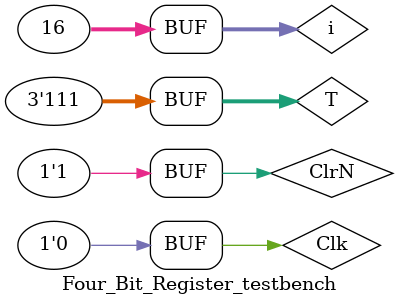
<source format=sv>


module Four_Bit_Register(T, Clk, ClrN, Q);

	input [2:0] T;
	input Clk, ClrN;
	output [2:0] Q;
	
	
	D_flip_flop D0( T[0], Clk, ClrN, Q[0]/*, QN*/ );
	D_flip_flop D1( T[1], Clk, ClrN, Q[1]/*, QN*/ );
	D_flip_flop D2( T[2], Clk, ClrN, Q[2]/*, QN*/ );
	//D_flip_flop D3( T[3], Clk, ClrN, Q[3]/*, QN*/ );

endmodule

module Four_Bit_Register_testbench;

	logic [2:0] T;
	logic Clk, ClrN;
	logic [2:0] Q;
	
	integer i;
	
	Four_Bit_Register DUT(T, Clk, ClrN, Q);
	
	initial begin
		//T = 0; 
		ClrN = 0;
		for (i = 0; i < 16; i++) begin
			T = i;
			Clk = 1;
			#10;
			Clk = 0;
			#10;
			$monitor("%4b",Q);
			
		end
		//T = 0; 
		ClrN = 0;
		for (i = 0; i < 16; i++) begin
			T = i;
			Clk = 1;
			#10;
			Clk = 0;
			#10;
			$monitor("%4b",Q);
			
		end
		//T = 0; 
		ClrN = 1;
		for (i = 0; i < 16; i++) begin
			T = i;
			Clk = 1;
			#10;
			Clk = 0;
			#10;
			$monitor("%4b",Q);
			
		end
		//T = 1;
		ClrN = 1;
		for (i = 0; i < 16; i++) begin
			T = i;
			Clk = 1;
			#10;
			Clk = 0;
			#10;
			$monitor("%4b",Q);
			
			
		end
	end
endmodule
</source>
